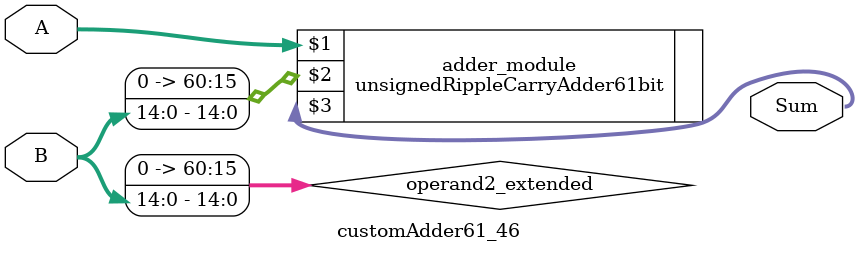
<source format=v>
module customAdder61_46(
                        input [60 : 0] A,
                        input [14 : 0] B,
                        
                        output [61 : 0] Sum
                );

        wire [60 : 0] operand2_extended;
        
        assign operand2_extended =  {46'b0, B};
        
        unsignedRippleCarryAdder61bit adder_module(
            A,
            operand2_extended,
            Sum
        );
        
        endmodule
        
</source>
